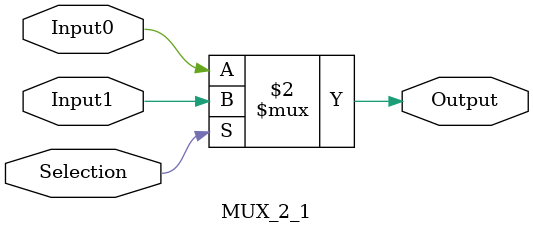
<source format=v>
`timescale 1ns / 1ps


module MUX_2_1(Input0, Input1, Selection, Output);
input Input0, Input1;
input Selection;
output Output;
assign Output = (Selection == 1'b0) ? Input0 : Input1;
endmodule

</source>
